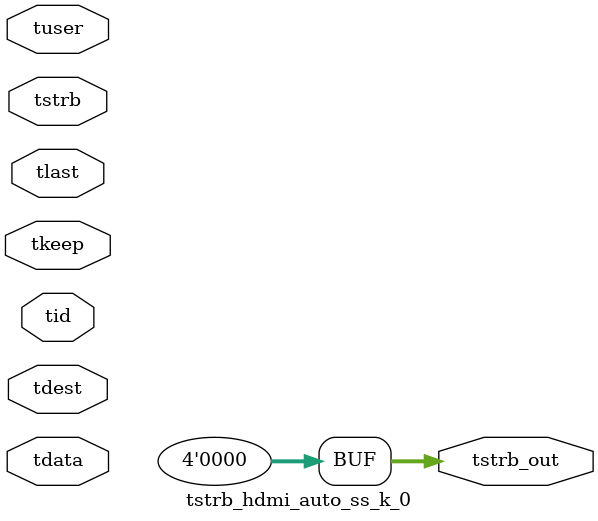
<source format=v>


`timescale 1ps/1ps

module tstrb_hdmi_auto_ss_k_0 #
(
parameter C_S_AXIS_TDATA_WIDTH = 32,
parameter C_S_AXIS_TUSER_WIDTH = 0,
parameter C_S_AXIS_TID_WIDTH   = 0,
parameter C_S_AXIS_TDEST_WIDTH = 0,
parameter C_M_AXIS_TDATA_WIDTH = 32
)
(
input  [(C_S_AXIS_TDATA_WIDTH == 0 ? 1 : C_S_AXIS_TDATA_WIDTH)-1:0     ] tdata,
input  [(C_S_AXIS_TUSER_WIDTH == 0 ? 1 : C_S_AXIS_TUSER_WIDTH)-1:0     ] tuser,
input  [(C_S_AXIS_TID_WIDTH   == 0 ? 1 : C_S_AXIS_TID_WIDTH)-1:0       ] tid,
input  [(C_S_AXIS_TDEST_WIDTH == 0 ? 1 : C_S_AXIS_TDEST_WIDTH)-1:0     ] tdest,
input  [(C_S_AXIS_TDATA_WIDTH/8)-1:0 ] tkeep,
input  [(C_S_AXIS_TDATA_WIDTH/8)-1:0 ] tstrb,
input                                                                    tlast,
output [(C_M_AXIS_TDATA_WIDTH/8)-1:0 ] tstrb_out
);

assign tstrb_out = {1'b0};

endmodule


</source>
